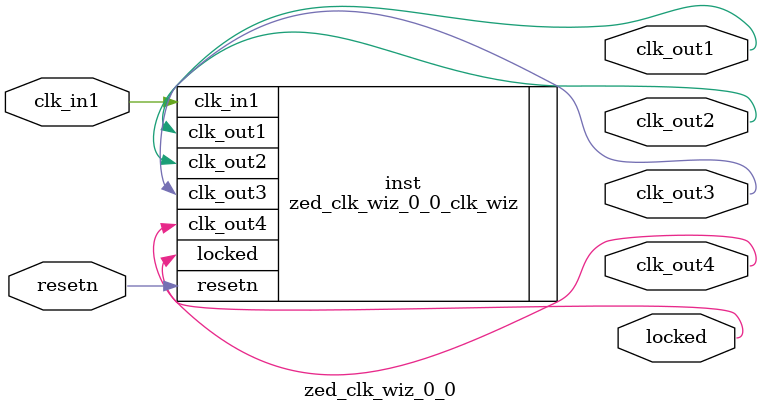
<source format=v>


`timescale 1ps/1ps

(* CORE_GENERATION_INFO = "zed_clk_wiz_0_0,clk_wiz_v6_0_1_0_0,{component_name=zed_clk_wiz_0_0,use_phase_alignment=true,use_min_o_jitter=false,use_max_i_jitter=false,use_dyn_phase_shift=false,use_inclk_switchover=false,use_dyn_reconfig=false,enable_axi=0,feedback_source=FDBK_AUTO,PRIMITIVE=MMCM,num_out_clk=4,clkin1_period=10.000,clkin2_period=10.000,use_power_down=false,use_reset=true,use_locked=true,use_inclk_stopped=false,feedback_type=SINGLE,CLOCK_MGR_TYPE=NA,manual_override=false}" *)

module zed_clk_wiz_0_0 
 (
  // Clock out ports
  output        clk_out1,
  output        clk_out2,
  output        clk_out3,
  output        clk_out4,
  // Status and control signals
  input         resetn,
  output        locked,
 // Clock in ports
  input         clk_in1
 );

  zed_clk_wiz_0_0_clk_wiz inst
  (
  // Clock out ports  
  .clk_out1(clk_out1),
  .clk_out2(clk_out2),
  .clk_out3(clk_out3),
  .clk_out4(clk_out4),
  // Status and control signals               
  .resetn(resetn), 
  .locked(locked),
 // Clock in ports
  .clk_in1(clk_in1)
  );

endmodule

</source>
